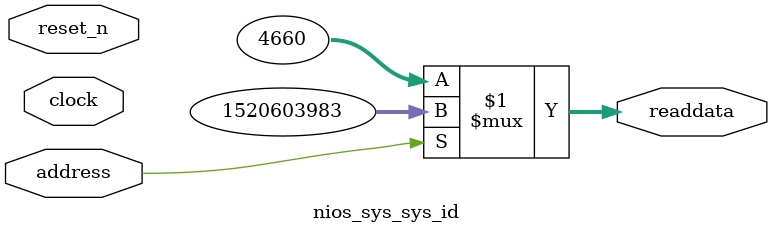
<source format=v>



// synthesis translate_off
`timescale 1ns / 1ps
// synthesis translate_on

// turn off superfluous verilog processor warnings 
// altera message_level Level1 
// altera message_off 10034 10035 10036 10037 10230 10240 10030 

module nios_sys_sys_id (
               // inputs:
                address,
                clock,
                reset_n,

               // outputs:
                readdata
             )
;

  output  [ 31: 0] readdata;
  input            address;
  input            clock;
  input            reset_n;

  wire    [ 31: 0] readdata;
  //control_slave, which is an e_avalon_slave
  assign readdata = address ? 1520603983 : 4660;

endmodule



</source>
